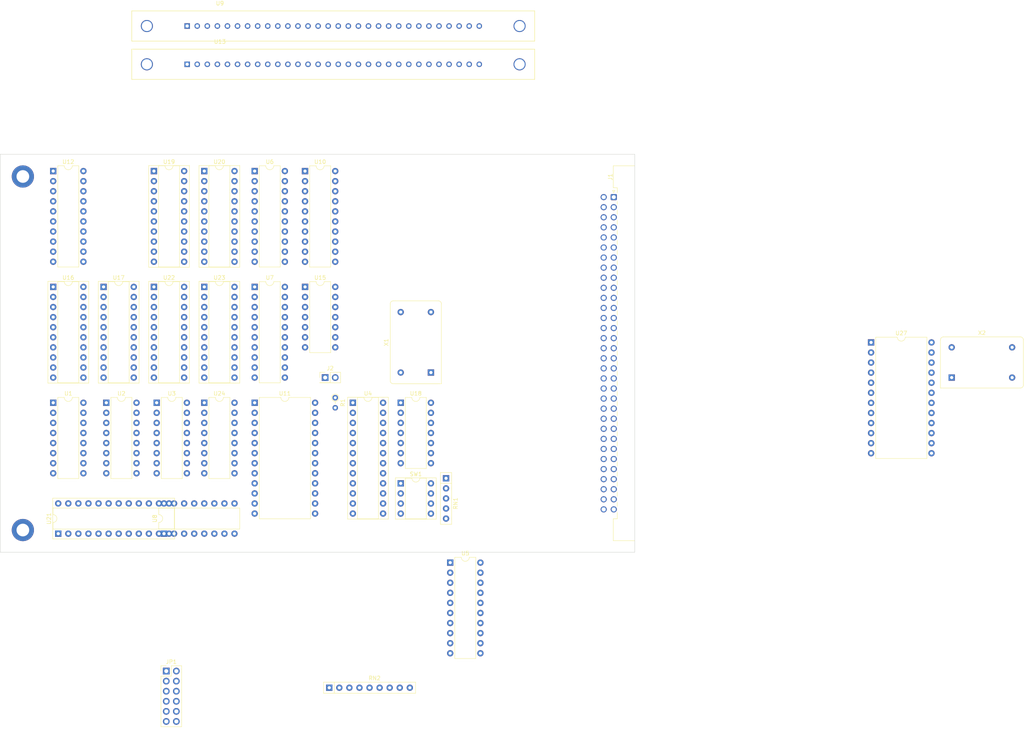
<source format=kicad_pcb>
(kicad_pcb (version 20221018) (generator pcbnew)
  (layers (0 "F.Cu" signal) (31 "B.Cu" signal) (34 "B.Paste" user) (35 "F.Paste" user) (36 "B.SilkS" user "B.Silkscreen") (37 "F.SilkS" user "F.Silkscreen") (38 "B.Mask" user) (39 "F.Mask" user) (44 "Edge.Cuts" user))
  (net 0 "")
  (net 2 "GND")
  (net 31 "+5V")
  (net 60 "/REGBNK2")
  (net 61 "/REGBNK1")
  (net 62 "/REGBNK0")
  (net 63 "/MBA12")
  (net 64 "/MBA13")
  (net 65 "/MBA14")
  (net 66 "/MBA15")
  (net 67 "/MBA16")
  (net 68 "/MBA17")
  (net 69 "/MBA18")
  (net 70 "/MBPROT")
  (net 71 "/~{WRMAP}")
  (net 72 "/~{CARDSEL}")
  (net 73 "/~{CSMAP}")
  (net 74 "/REGMAP0")
  (net 75 "/REGMAP1")
  (net 76 "/REGMAP2")
  (net 77 "/REGMAP3")
  (net 78 "/MPROTEN")
  (net 79 "/JENA19")
  (net 80 "/~{MMUX}")
  (net 81 "/CA9")
  (net 82 "/MMA0")
  (net 83 "/MMA1")
  (net 85 "/MMA2")
  (net 86 "/MMA3")
  (net 87 "/MUXEN")
  (net 89 "/MMA4")
  (net 90 "/MMA5")
  (net 92 "/MMA6")
  (net 93 "/MMA7")
  (net 95 "/CA8")
  (net 96 "/MMA8")
  (net 108 "/REGBNK3")
  (net 109 "/MDA0")
  (net 110 "/MDA1")
  (net 111 "/~{DBANK1_WR}")
  (net 112 "/~{MRAS}")
  (net 113 "/~{DBANK1_RD}")
  (net 114 "/~{MCAS}")
  (net 115 "/MDA2")
  (net 116 "/MDA3")
  (net 117 "/~{DBANK2_WR}")
  (net 118 "/~{DBANK2_RD}")
  (net 119 "/MDA4")
  (net 120 "/MDA5")
  (net 121 "/MDA6")
  (net 122 "/MDA7")
  (net 123 "/~{DBANK3_WR}")
  (net 124 "/~{DBANK3_RD}")
  (net 125 "/~{DBANK4_WR}")
  (net 126 "/~{DBANK4_RD}")
  (net 128 "/~{NMI}")
  (net 129 "/MBA19")
  (net 130 "Net-(JP1-Pin_2)")
  (net 131 "Net-(JP1-Pin_4)")
  (net 132 "Net-(JP1-Pin_6)")
  (net 133 "Net-(JP1-Pin_8)")
  (net 134 "Net-(JP1-Pin_10)")
  (net 135 "Net-(JP1-Pin_12)")
  (net 136 "/#CA0")
  (net 137 "/#CA1")
  (net 138 "/#CA10")
  (net 139 "/#CA11")
  (net 140 "/#CA2")
  (net 141 "/#CA3")
  (net 142 "/#CA4")
  (net 143 "/#CA5")
  (net 144 "/#CA6")
  (net 145 "/#CA7")
  (net 146 "/#CD0")
  (net 147 "/~{#WR}")
  (net 148 "/~{#IOREQ}")
  (net 149 "/#CD1")
  (net 150 "/#CD2")
  (net 151 "/#CD3")
  (net 152 "/#CD4")
  (net 153 "/#CD5")
  (net 154 "/#CD6")
  (net 155 "/#CD7")
  (net 156 "/#CA12")
  (net 157 "/#CA13")
  (net 158 "/#CA14")
  (net 159 "/#CA15")
  (net 160 "Net-(RN1-R1)")
  (net 161 "Net-(RN1-R2)")
  (net 162 "Net-(RN1-R3)")
  (net 163 "Net-(RN1-R4)")
  (net 164 "Net-(RN2-R7)")
  (net 165 "Net-(RN2-R8)")
  (net 166 "Net-(U11-A0)")
  (net 167 "Net-(U11-A1)")
  (net 168 "Net-(U11-A2)")
  (net 169 "Net-(U11-A3)")
  (net 170 "/WRPROT")
  (net 172 "/MFULL")
  (net 173 "/~{DRAMREQ}")
  (net 174 "/~{MCAS0}")
  (net 175 "/MMA9")
  (net 176 "/MMA10")
  (net 177 "/MMA11")
  (net 179 "/~{RDPROT}")
  (net 180 "/~{NMIGAT}")
  (net 189 "Net-(U9-I1{slash}CLK)")
  (net 190 "/REGBNK4")
  (net 191 "/REGBNK5")
  (net 192 "/~{MRAS0}")
  (net 195 "/WRREG")
  (net 198 "/~{#MREQ}")
  (net 199 "/~{#RD}")
  (net 200 "/MDP")
  (net 201 "/~{#RESET}")
  (net 202 "/~{CSMAP0}")
  (net 203 "/~{WRMAP0}")
  (net 204 "Net-(U12-B7)")
  (net 205 "/MBA25")
  (net 206 "/MBA24")
  (net 207 "/MBA23")
  (net 208 "/MBA22")
  (net 209 "/MBA21")
  (net 210 "/MBA20")
  (net 211 "/~{CSMAP1}")
  (net 212 "/~{MCAS1}")
  (net 213 "/~{MRAS1}")
  (net 214 "/SQRAS")
  (net 215 "/SQMUX")
  (net 216 "/SQCAS")
  (net 217 "/~{CS_ROM0}")
  (net 218 "/~{CS_ROM1}")
  (net 219 "/~{CS_SRAM}")
  (net 221 "/DRAMTIM")
  (net 222 "/SQCLR")
  (net 223 "Net-(U27-D7)")
  (net 224 "/~{WRMAP1}")
  (net 226 "Net-(U26-CP)")
  (footprint "Package_DIP:DIP-24_W15.24mm" (layer "F.Cu") (at 293.868 64.8)
    (fp_text reference "U27")
    (fp_text value "~")
  )
  (footprint "Oscillator:Oscillator_DIP-14" (layer "F.Cu") (at 182.88 72.39 90)
    (fp_text reference "X1")
    (fp_text value "40MHz")
  )
  (footprint "Package_DIP:DIP-24_W15.24mm" (layer "F.Cu") (at 138.43 80.01)
    (fp_text reference "U11")
    (fp_text value "~")
  )
  (footprint "Package_DIP:DIP-24_W7.62mm_Socket" (layer "F.Cu") (at 88.9 113.02 90)
    (fp_text reference "U21")
    (fp_text value "~")
  )
  (footprint "Package_DIP:DIP-20_W7.62mm_Socket" (layer "F.Cu") (at 100.33 50.8)
    (fp_text reference "U17")
    (fp_text value "~")
  )
  (footprint "Package_DIP:DIP-20_W7.62mm_Socket" (layer "F.Cu") (at 87.63 50.8)
    (fp_text reference "U16")
    (fp_text value "~")
  )
  (footprint "Package_DIP:DIP-8_W7.62mm_Socket" (layer "F.Cu") (at 175.26 100.34)
    (fp_text reference "SW1")
    (fp_text value "SW_DIP_x04")
  )
  (footprint "Package_DIP:DIP-24_W7.62mm_Socket" (layer "F.Cu") (at 163.195 80.01)
    (fp_text reference "U4")
    (fp_text value "~")
  )
  (footprint "Package_DIP:DIP-20_W7.62mm_Socket" (layer "F.Cu") (at 113.03 21.59)
    (fp_text reference "U19")
    (fp_text value "~")
  )
  (footprint "Connector_PinHeader_2.54mm:PinHeader_2x01_P2.54mm_Vertical" (layer "F.Cu") (at 156.21 73.66)
    (fp_text reference "J2")
    (fp_text value "ENA19")
  )
  (footprint "Dennis:SIMM" (layer "F.Cu") (at 158.242 -14.986)
    (fp_text reference "U9")
    (fp_text value "~")
  )
  (footprint "Package_DIP:DIP-16_W7.62mm" (layer "F.Cu") (at 125.73 80.01)
    (fp_text reference "U24")
    (fp_text value "74LS175")
  )
  (footprint "Dennis:SIMM" (layer "F.Cu") (at 158.242 -5.334)
    (fp_text reference "U13")
    (fp_text value "~")
  )
  (footprint "Resistor_THT:R_Array_SIP5" (layer "F.Cu") (at 186.69 99.06 -90)
    (fp_text reference "RN1")
    (fp_text value "4k7")
  )
  (footprint "Package_DIP:DIP-20_W7.62mm" (layer "F.Cu") (at 138.43 50.8)
    (fp_text reference "U7")
    (fp_text value "74LS374")
  )
  (footprint "Package_DIP:DIP-20_W7.62mm" (layer "F.Cu") (at 187.74 120.32)
    (fp_text reference "U5")
    (fp_text value "74LS688")
  )
  (footprint "Oscillator:Oscillator_DIP-14" (layer "F.Cu") (at 314.198 73.66)
    (fp_text reference "X2")
    (fp_text value "50MHz")
  )
  (footprint "Connector_PinHeader_2.54mm:PinHeader_2x06_P2.54mm_Vertical" (layer "F.Cu") (at 116.14 147.67)
    (fp_text reference "JP1")
    (fp_text value "Conn_02x06_Odd_Even")
  )
  (footprint "Package_DIP:DIP-16_W7.62mm" (layer "F.Cu") (at 115.57 113.02 90)
    (fp_text reference "U8")
    (fp_text value "74LS157")
  )
  (footprint "Package_DIP:DIP-16_W7.62mm" (layer "F.Cu") (at 101.02 80.01)
    (fp_text reference "U2")
    (fp_text value "74LS157")
  )
  (footprint "Package_DIP:DIP-16_W7.62mm" (layer "F.Cu") (at 87.63 80.01)
    (fp_text reference "U1")
    (fp_text value "74LS157")
  )
  (footprint "Package_DIP:DIP-14_W7.62mm" (layer "F.Cu") (at 175.26 80.01)
    (fp_text reference "U18")
    (fp_text value "74LS125")
  )
  (footprint "Package_DIP:DIP-20_W7.62mm" (layer "F.Cu") (at 87.63 21.59)
    (fp_text reference "U12")
    (fp_text value "74LS245")
  )
  (footprint "Package_DIP:DIP-16_W7.62mm" (layer "F.Cu") (at 113.72 80.01)
    (fp_text reference "U3")
    (fp_text value "74LS157")
  )
  (footprint "Package_DIP:DIP-14_W7.62mm" (layer "F.Cu") (at 151.14 50.795)
    (fp_text reference "U15")
    (fp_text value "74LS74")
  )
  (footprint "Package_DIP:DIP-20_W7.62mm" (layer "F.Cu") (at 151.13 21.595)
    (fp_text reference "U10")
    (fp_text value "74LS245")
  )
  (footprint "Dennis:Z8C Card" (layer "F.Cu") (at 230.475 67.53)
    (fp_text reference "J1")
    (fp_text value "Z8C_Ca#RD")
    (fp_line (start -156.21 -50.165) (end -156.21 50.165) (stroke (width 0.1)) (layer "Edge.Cuts"))
    (fp_line (start -156.21 50.165) (end 3.81 50.165) (stroke (width 0.1)) (layer "Edge.Cuts"))
    (fp_line (start 3.81 -50.165) (end -156.21 -50.165) (stroke (width 0.1)) (layer "Edge.Cuts"))
    (fp_line (start 3.81 50.165) (end 3.81 -50.165) (stroke (width 0.1)) (layer "Edge.Cuts"))
  )
  (footprint "Resistor_THT:R_Axial_DIN0204_L3.6mm_D1.6mm_P2.54mm_Vertical" (layer "F.Cu") (at 158.75 78.74 -90)
    (fp_text reference "R1")
    (fp_text value "4.7k")
  )
  (footprint "Package_DIP:DIP-20_W7.62mm_Socket" (layer "F.Cu") (at 125.73 21.59)
    (fp_text reference "U20")
    (fp_text value "~")
  )
  (footprint "Package_DIP:DIP-20_W7.62mm_Socket" (layer "F.Cu") (at 125.73 50.8)
    (fp_text reference "U23")
    (fp_text value "~")
  )
  (footprint "Package_DIP:DIP-20_W7.62mm_Socket" (layer "F.Cu") (at 113.03 50.8)
    (fp_text reference "U22")
    (fp_text value "~")
  )
  (footprint "Resistor_THT:R_Array_SIP9" (layer "F.Cu") (at 157.24 151.87)
    (fp_text reference "RN2")
    (fp_text value "R_Network08")
  )
  (footprint "Package_DIP:DIP-20_W7.62mm" (layer "F.Cu") (at 138.43 21.59)
    (fp_text reference "U6")
    (fp_text value "74LS245")
  )
)
</source>
